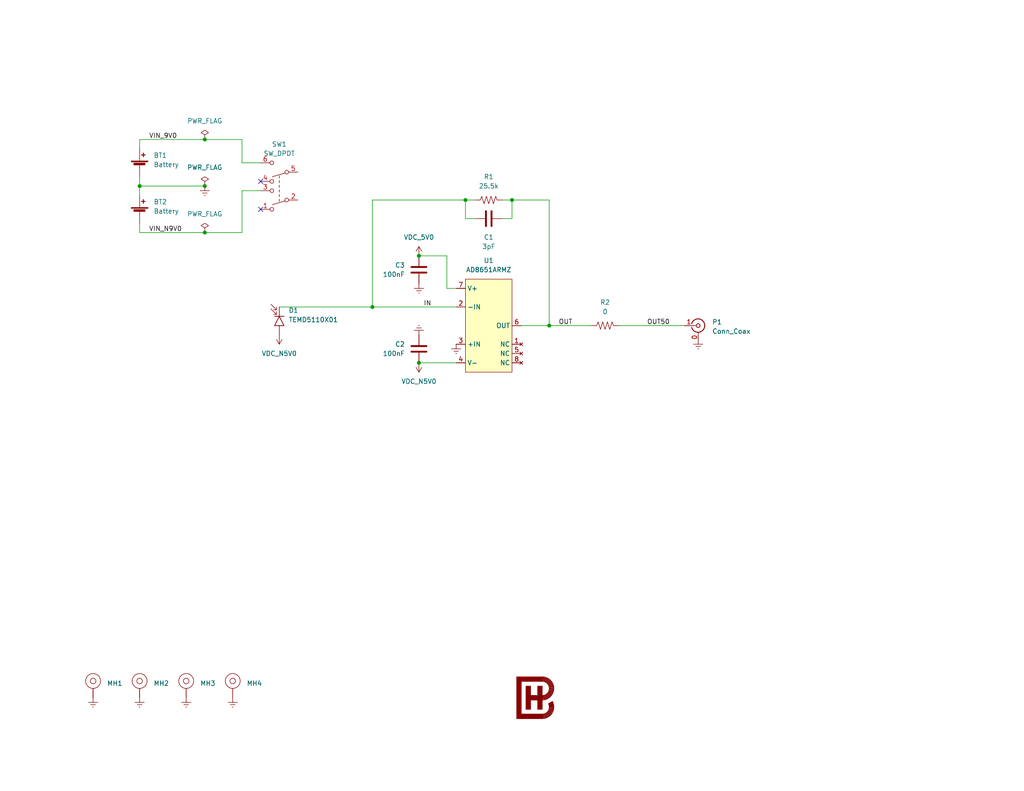
<source format=kicad_sch>
(kicad_sch (version 20231120) (generator "eeschema") (generator_version "8.0")
  (paper "A")
  (title_block (title "${PROJECT_NAME}") (rev "${PCB_REVISION}") (company "BRENDANHAINES.COM"))
  (lib_symbols
    (symbol "bh:AD8651ARMZ" (exclude_from_sim yes)
      (property "Reference" "U" (at 0 0 0))
      (property "Value" "AD8651ARMZ" (at 0 0 0))
      (symbol "AD8651ARMZ_1_1"
        (rectangle (start 0 0) (end 12.7 -25.4) (fill (type background)))
        (pin no_connect line (at 15.24 -17.78 180) (length 2.54) (name "NC") (number "1"))
        (pin input line (at -2.54 -7.62 0) (length 2.54) (name "-IN") (number "2"))
        (pin input line (at -2.54 -17.78 0) (length 2.54) (name "+IN") (number "3"))
        (pin power_in line (at -2.54 -22.86 0) (length 2.54) (name "V-") (number "4"))
        (pin no_connect line (at 15.24 -20.32 180) (length 2.54) (name "NC") (number "5"))
        (pin output line (at 15.24 -12.7 180) (length 2.54) (name "OUT") (number "6"))
        (pin power_in line (at -2.54 -2.54 0) (length 2.54) (name "V+") (number "7"))
        (pin no_connect line (at 15.24 -22.86 180) (length 2.54) (name "NC") (number "8"))
      )
    )
    (symbol "bh:Battery" (pin_numbers hide) (pin_names (offset 0) hide)
      (property "Reference" "BT" (at 2.54 1.27 0))
      (property "Value" "Battery" (at 2.54 -1.27 0))
      (symbol "Battery_0_1"
        (rectangle (start -2.286 0.508) (end 2.286 0.254) (fill (type outline)))
        (rectangle (start -1.5748 -0.0762) (end 1.4732 -0.5842) (fill (type outline)))
        (polyline (pts (xy 0 -0.508) (xy 0 -1.27)))
        (polyline (pts (xy 0 0.508) (xy 0 1.27)))
        (polyline (pts (xy 0.508 2.159) (xy 1.524 2.159)) (stroke (width 0.254)))
        (polyline (pts (xy 1.016 2.667) (xy 1.016 1.651)) (stroke (width 0.254)))
      )
      (symbol "Battery_1_1"
        (pin passive line (at 0 3.81 270) (length 2.54) (name "+") (number "1"))
        (pin passive line (at 0 -3.81 90) (length 2.54) (name "-") (number "2"))
      )
    )
    (symbol "bh:C" (pin_numbers hide) (pin_names (offset 0.254))
      (property "Reference" "C" (at 0.635 2.54 0))
      (property "Value" "C" (at 0.635 -2.54 0))
      (symbol "C_0_1"
        (polyline (pts (xy -2.032 -0.762) (xy 2.032 -0.762)) (stroke (width 0.508)))
        (polyline (pts (xy -2.032 0.762) (xy 2.032 0.762)) (stroke (width 0.508)))
      )
      (symbol "C_1_1"
        (pin passive line (at 0 3.81 270) (length 2.794) (name "~") (number "1"))
        (pin passive line (at 0 -3.81 90) (length 2.794) (name "~") (number "2"))
      )
    )
    (symbol "bh:Conn_Coax" (pin_names hide) (exclude_from_sim yes)
      (property "Reference" "P" (at 0 3.81 0))
      (property "Value" "Conn_Coax" (at 0 3.81 0))
      (symbol "Conn_Coax_0_1"
        (arc (start -1.778 -0.508) (mid 0.2311 -1.8066) (end 1.778 0) (stroke (width 0.254)))
        (polyline (pts (xy -1.27 0) (xy -0.508 0)))
        (polyline (pts (xy 0 -2.54) (xy 0 -1.778)))
        (circle (center 0 0) (radius 0.508) (stroke (width 0.2032)))
        (arc (start 1.778 0) (mid 0.2233 1.8169) (end -1.778 0.508) (stroke (width 0.254)))
      )
      (symbol "Conn_Coax_1_1"
        (pin passive line (at 0 -3.81 90) (length 1.27) (name "Ext") (number "0"))
        (pin passive line (at -3.81 0 0) (length 2.54) (name "In") (number "1"))
      )
    )
    (symbol "bh:GND" (power) (pin_names (offset 0))
      (symbol "GND_0_1"
        (polyline (pts (xy -0.635 -1.905) (xy 0.635 -1.905)))
        (polyline (pts (xy -0.127 -2.54) (xy 0.127 -2.54)))
        (polyline (pts (xy 0 -1.27) (xy 0 0)))
        (polyline (pts (xy 1.27 -1.27) (xy -1.27 -1.27)))
      )
      (symbol "GND_1_1"
        (pin power_in line (at 0 0 90) (length 0) hide (name "GND") (number "1"))
      )
    )
    (symbol "bh:LOGO_BH" (in_bom no)
      (symbol "LOGO_BH_0_1"
        (rectangle (start -5.08 -4.445) (end 1.905 -5.715) (fill (type outline)))
        (rectangle (start -5.08 4.445) (end -3.81 -4.445) (fill (type outline)))
        (rectangle (start -5.08 5.715) (end 1.905 4.445) (fill (type outline)))
        (rectangle (start -2.54 3.175) (end -1.27 -3.175) (fill (type outline)))
        (rectangle (start -1.27 0.635) (end 0.635 -0.635) (fill (type outline)))
        (polyline (pts (xy 1.905 0.635) (xy 1.905 -0.635)))
        (polyline (pts (xy 3.7084 -1.8542) (xy 3.7084 -1.6002)))
        (polyline (pts (xy 4.6482 -0.9906) (xy 4.572 -1.1684)))
        (polyline (pts (xy 4.7244 -1.1176) (xy 4.4704 -1.1684)))
        (polyline (pts (xy 4.8006 -1.2446) (xy 4.2418 -1.2954)))
        (polyline (pts (xy 4.8514 -1.3716) (xy 4.064 -1.4224)))
        (polyline (pts (xy 4.953 -2.54) (xy 4.9022 -1.778)))
        (polyline (pts (xy 3.81 -2.54) (xy 3.81 -2.3622) (xy 3.7846 -2.2098) (xy 3.7338 -2.032) (xy 3.683 -1.8796) (xy 3.6322 -1.7272) (xy 3.5814 -1.6002) (xy 3.7338 -1.524) (xy 3.8862 -1.4478) (xy 4.1148 -1.3208) (xy 4.2926 -1.2192) (xy 4.4704 -1.0922) (xy 4.6482 -0.9652) (xy 4.7498 -1.143) (xy 4.8514 -1.3462) (xy 4.9276 -1.5748) (xy 4.9784 -1.778) (xy 5.0292 -1.9812) (xy 5.0546 -2.1844) (xy 5.08 -2.54)))
        (rectangle (start 0.635 3.175) (end 1.905 -3.175) (fill (type outline)))
        (arc (start 1.905 -5.715) (mid 4.1501 -4.7851) (end 5.08 -2.54))
        (arc (start 1.905 -5.588) (mid 4.0603 -4.6953) (end 4.953 -2.54))
        (arc (start 1.905 -5.461) (mid 3.9705 -4.6055) (end 4.826 -2.54))
        (arc (start 1.905 -5.334) (mid 3.8807 -4.5157) (end 4.699 -2.54))
        (arc (start 1.905 -5.207) (mid 3.7909 -4.4259) (end 4.572 -2.54))
        (arc (start 1.905 -5.08) (mid 3.7011 -4.3361) (end 4.445 -2.54))
        (arc (start 1.905 -4.953) (mid 3.6112 -4.2462) (end 4.318 -2.54))
        (arc (start 1.905 -4.826) (mid 3.5214 -4.1564) (end 4.191 -2.54))
        (arc (start 1.905 -4.699) (mid 3.4316 -4.0666) (end 4.064 -2.54))
        (arc (start 1.905 -4.572) (mid 3.3418 -3.9768) (end 3.937 -2.54))
        (arc (start 1.905 -4.445) (mid 3.252 -3.887) (end 3.81 -2.54))
        (arc (start 1.905 -0.635) (mid 4.1501 0.2949) (end 5.08 2.54))
        (arc (start 1.905 -0.508) (mid 4.0603 0.3847) (end 4.953 2.54))
        (arc (start 1.905 -0.381) (mid 3.9705 0.4745) (end 4.826 2.54))
        (arc (start 1.905 -0.254) (mid 3.8807 0.5643) (end 4.699 2.54))
        (arc (start 1.905 -0.127) (mid 3.7909 0.6541) (end 4.572 2.54))
        (arc (start 1.905 0) (mid 3.7011 0.7439) (end 4.445 2.54))
        (arc (start 1.905 0.127) (mid 3.6112 0.8338) (end 4.318 2.54))
        (arc (start 1.905 0.254) (mid 3.5214 0.9236) (end 4.191 2.54))
        (arc (start 1.905 0.381) (mid 3.4316 1.0134) (end 4.064 2.54))
        (arc (start 1.905 0.508) (mid 3.3418 1.1032) (end 3.937 2.54))
        (arc (start 1.905 0.635) (mid 3.252 1.193) (end 3.81 2.54))
        (rectangle (start 3.81 -1.524) (end 4.826 -2.54) (fill (type outline)))
        (arc (start 3.81 2.54) (mid 3.252 3.887) (end 1.905 4.445))
        (arc (start 3.937 2.54) (mid 3.3418 3.9768) (end 1.905 4.572))
        (arc (start 4.064 2.54) (mid 3.4316 4.0666) (end 1.905 4.699))
        (arc (start 4.191 2.54) (mid 3.5214 4.1564) (end 1.905 4.826))
        (arc (start 4.318 2.54) (mid 3.6112 4.2462) (end 1.905 4.953))
        (arc (start 4.445 2.54) (mid 3.7011 4.3361) (end 1.905 5.08))
        (arc (start 4.572 2.54) (mid 3.7909 4.4259) (end 1.905 5.207))
        (arc (start 4.699 2.54) (mid 3.8807 4.5157) (end 1.905 5.334))
        (arc (start 4.826 2.54) (mid 3.9705 4.6055) (end 1.905 5.461))
        (arc (start 4.953 2.54) (mid 4.0603 4.6953) (end 1.905 5.588))
        (arc (start 5.08 2.54) (mid 4.1501 4.7851) (end 1.905 5.715))
      )
    )
    (symbol "bh:Mounting_Hole" (pin_numbers hide) (pin_names (offset 0.762) hide)
      (property "Reference" "MH" (at 0 7.62 0))
      (symbol "Mounting_Hole_0_1"
        (circle (center 0 4.572) (radius 0.762))
        (circle (center 0 4.572) (radius 2.032))
      )
      (symbol "Mounting_Hole_1_1"
        (pin passive line (at 0 0 90) (length 2.54) (name "1") (number "1"))
      )
    )
    (symbol "bh:PWR_FLAG" (power) (pin_numbers hide) (pin_names (offset 0) hide)
      (property "Value" "PWR_FLAG" (at 0 3.81 0))
      (symbol "PWR_FLAG_0_0"
        (pin power_out line (at 0 0 90) (length 0) (name "pwr") (number "1"))
      )
      (symbol "PWR_FLAG_0_1"
        (polyline (pts (xy 0 0) (xy 0 1.27) (xy -1.016 1.905) (xy 0 2.54) (xy 1.016 1.905) (xy 0 1.27)))
      )
    )
    (symbol "bh:R" (pin_numbers hide) (pin_names (offset 0))
      (property "Reference" "R" (at 2.032 0 90))
      (property "Value" "R" (at -1.905 0 90))
      (symbol "R_0_1"
        (polyline (pts (xy 0 -2.54) (xy 0 -2.286) (xy 1.016 -1.905) (xy -1.016 -1.27) (xy 1.016 -0.635) (xy -1.016 0) (xy 1.016 0.635) (xy -1.016 1.27) (xy 1.016 1.905) (xy 0 2.286) (xy 0 2.54)))
      )
      (symbol "R_1_1"
        (pin passive line (at 0 3.81 270) (length 1.27) (name "~") (number "1"))
        (pin passive line (at 0 -3.81 90) (length 1.27) (name "~") (number "2"))
      )
    )
    (symbol "bh:SW_DPDT" (pin_names (offset 0) hide)
      (property "Reference" "SW" (at 0 4.318 0))
      (property "Value" "SW_DPDT" (at 0 -12.7 0))
      (symbol "SW_DPDT_0_0"
        (circle (center -2.032 0) (radius 0.508))
        (circle (center 2.032 -2.54) (radius 0.508))
      )
      (symbol "SW_DPDT_0_1"
        (polyline (pts (xy -1.524 0.254) (xy 1.905 1.27)))
        (polyline (pts (xy 0 -5.969) (xy 0 -6.604)))
        (polyline (pts (xy 0 -4.699) (xy 0 -5.334)))
        (polyline (pts (xy 0 -3.429) (xy 0 -4.064)))
        (polyline (pts (xy 0 -2.159) (xy 0 -2.794)))
        (polyline (pts (xy 0 -0.889) (xy 0 -1.524)))
        (polyline (pts (xy 0 0.381) (xy 0 -0.254)))
        (circle (center 2.032 2.54) (radius 0.508))
      )
      (symbol "SW_DPDT_1_1"
        (circle (center -2.032 -7.62) (radius 0.508))
        (polyline (pts (xy -1.524 -7.366) (xy 1.905 -6.35)))
        (circle (center 2.032 -10.16) (radius 0.508))
        (circle (center 2.032 -5.08) (radius 0.508))
        (pin passive line (at 5.08 2.54 180) (length 2.54) (name "A") (number "1"))
        (pin passive line (at -5.08 0 0) (length 2.54) (name "B") (number "2"))
        (pin passive line (at 5.08 -2.54 180) (length 2.54) (name "C") (number "3"))
        (pin passive line (at 5.08 -5.08 180) (length 2.54) (name "A") (number "4"))
        (pin passive line (at -5.08 -7.62 0) (length 2.54) (name "B") (number "5"))
        (pin passive line (at 5.08 -10.16 180) (length 2.54) (name "C") (number "6"))
      )
    )
    (symbol "bh:TEMD5110X01" (pin_numbers hide) (pin_names (offset 1.016) hide)
      (property "Reference" "D" (at 0 2.54 0))
      (property "Value" "TEMD5110X01" (at 0 -2.54 0))
      (symbol "TEMD5110X01_0_1"
        (polyline (pts (xy -1.27 -1.27) (xy -1.27 1.27)) (stroke (width 0.2032)))
        (polyline (pts (xy 1.27 -1.27) (xy 1.27 1.27) (xy -1.27 0) (xy 1.27 -1.27)) (stroke (width 0.2032)))
        (polyline (pts (xy -4.572 -2.286) (xy -3.048 -0.762) (xy -3.81 -0.762) (xy -3.048 -0.762) (xy -3.048 -1.524)))
        (polyline (pts (xy -3.302 -2.286) (xy -1.778 -0.762) (xy -2.54 -0.762) (xy -1.778 -0.762) (xy -1.778 -1.524)))
      )
      (symbol "TEMD5110X01_1_1"
        (pin passive line (at 3.81 0 180) (length 2.54) (name "A") (number "A"))
        (pin passive line (at -3.81 0 0) (length 2.54) (name "K") (number "K"))
      )
    )
    (symbol "bh:VDC_5V0" (power) (pin_names (offset 0))
      (property "Value" "VDC_5V0" (at 0 3.556 0))
      (symbol "VDC_5V0_0_1"
        (polyline (pts (xy -0.762 1.27) (xy 0 2.54)))
        (polyline (pts (xy 0 0) (xy 0 2.54)))
        (polyline (pts (xy 0 2.54) (xy 0.762 1.27)))
      )
      (symbol "VDC_5V0_1_1"
        (pin power_in line (at 0 0 90) (length 0) hide (name "VDC_5V0") (number "1"))
      )
    )
    (symbol "bh:VDC_N5V0" (power) (pin_names (offset 0))
      (property "Value" "VDC_N5V0" (at 0 3.556 0))
      (symbol "VDC_N5V0_0_1"
        (polyline (pts (xy -0.762 1.27) (xy 0 2.54)))
        (polyline (pts (xy 0 0) (xy 0 2.54)))
        (polyline (pts (xy 0 2.54) (xy 0.762 1.27)))
      )
      (symbol "VDC_N5V0_1_1"
        (pin power_in line (at 0 0 90) (length 0) hide (name "VDC_N5V0") (number "1"))
      )
    )
  )
  (junction (at 114.3 69.85))
  (junction (at 55.88 50.8))
  (junction (at 114.3 99.06))
  (junction (at 127 54.61))
  (junction (at 101.6 83.82))
  (junction (at 55.88 63.5))
  (junction (at 139.7 54.61))
  (junction (at 149.86 88.9))
  (junction (at 55.88 38.1))
  (junction (at 38.1 50.8))
  (no_connect (at 71.12 49.53))
  (no_connect (at 71.12 57.15))
  (wire (pts (xy 38.1 40.64) (xy 38.1 38.1)))
  (wire (pts (xy 127 54.61) (xy 101.6 54.61)))
  (wire (pts (xy 71.12 52.07) (xy 66.04 52.07)))
  (wire (pts (xy 66.04 52.07) (xy 66.04 63.5)))
  (wire (pts (xy 66.04 44.45) (xy 66.04 38.1)))
  (wire (pts (xy 55.88 63.5) (xy 66.04 63.5)))
  (wire (pts (xy 71.12 44.45) (xy 66.04 44.45)))
  (wire (pts (xy 127 59.69) (xy 127 54.61)))
  (wire (pts (xy 55.88 38.1) (xy 66.04 38.1)))
  (wire (pts (xy 149.86 54.61) (xy 149.86 88.9)))
  (wire (pts (xy 168.91 88.9) (xy 186.69 88.9)))
  (wire (pts (xy 121.92 69.85) (xy 121.92 78.74)))
  (wire (pts (xy 38.1 63.5) (xy 38.1 60.96)))
  (wire (pts (xy 114.3 99.06) (xy 124.46 99.06)))
  (wire (pts (xy 142.24 88.9) (xy 149.86 88.9)))
  (wire (pts (xy 139.7 54.61) (xy 149.86 54.61)))
  (wire (pts (xy 101.6 83.82) (xy 124.46 83.82)))
  (wire (pts (xy 38.1 63.5) (xy 55.88 63.5)))
  (wire (pts (xy 137.16 59.69) (xy 139.7 59.69)))
  (wire (pts (xy 129.54 54.61) (xy 127 54.61)))
  (wire (pts (xy 38.1 50.8) (xy 55.88 50.8)))
  (wire (pts (xy 121.92 78.74) (xy 124.46 78.74)))
  (wire (pts (xy 38.1 38.1) (xy 55.88 38.1)))
  (wire (pts (xy 114.3 69.85) (xy 121.92 69.85)))
  (wire (pts (xy 76.2 83.82) (xy 101.6 83.82)))
  (wire (pts (xy 129.54 59.69) (xy 127 59.69)))
  (wire (pts (xy 149.86 88.9) (xy 161.29 88.9)))
  (wire (pts (xy 38.1 53.34) (xy 38.1 50.8)))
  (wire (pts (xy 137.16 54.61) (xy 139.7 54.61)))
  (wire (pts (xy 38.1 48.26) (xy 38.1 50.8)))
  (wire (pts (xy 139.7 59.69) (xy 139.7 54.61)))
  (wire (pts (xy 101.6 54.61) (xy 101.6 83.82)))
  (label "VIN_N9V0" (at 40.64 63.5 0))
  (label "OUT50" (at 176.53 88.9 0))
  (label "OUT" (at 152.4 88.9 0))
  (label "IN" (at 115.57 83.82 0))
  (label "VIN_9V0" (at 40.64 38.1 0))
  (symbol (lib_id "bh:C") (at 114.3 95.25 0) (unit 1)
    (property "Reference" "C2" (at 110.49 93.9799 0) (effects (justify right)))
    (property "Value" "100nF" (at 110.49 96.5199 0) (effects (justify right)))
    (property "Footprint" "common:C0402" (effects (hide yes)))
    (property "Description" "Capacitor" (effects (hide yes)))
    (property "FieldName" "Value" (effects (hide yes)))
    (property "Sim.Device" "C" (effects (hide yes)))
    (property "Sim.Pins" "1=+ 2=-" (effects (hide yes)))
  )
  (symbol (lib_id "bh:Conn_Coax") (at 190.5 88.9 0) (unit 1) (exclude_from_sim yes)
    (property "Reference" "P1" (at 194.31 87.9188 0) (effects (justify left)))
    (property "Value" "Conn_Coax" (at 194.31 90.4588 0) (effects (justify left)))
    (property "Footprint" "common:2466267-1" (effects (hide yes)))
    (property "Description" "Connector, Coax" (effects (hide yes)))
  )
  (symbol (lib_id "bh:GND") (at 114.3 77.47 0) (unit 1)
    (property "Reference" "#PWR012" (effects (hide yes)))
    (property "Value" "GND" (effects (hide yes)))
    (property "Description" "Power Symbol" (effects (hide yes)))
  )
  (symbol (lib_id "bh:PWR_FLAG") (at 55.88 38.1 0) (unit 1)
    (property "Reference" "#FLG02" (effects (hide yes)))
    (property "Value" "PWR_FLAG" (at 55.88 33.02 0))
    (property "Description" "Special symbol for telling ERC where power comes from" (effects (hide yes)))
  )
  (symbol (lib_id "bh:C") (at 114.3 73.66 0) (unit 1)
    (property "Reference" "C3" (at 110.49 72.3899 0) (effects (justify right)))
    (property "Value" "100nF" (at 110.49 74.9299 0) (effects (justify right)))
    (property "Footprint" "common:C0402" (effects (hide yes)))
    (property "Description" "Capacitor" (effects (hide yes)))
    (property "FieldName" "Value" (effects (hide yes)))
    (property "Sim.Device" "C" (effects (hide yes)))
    (property "Sim.Pins" "1=+ 2=-" (effects (hide yes)))
  )
  (symbol (lib_id "bh:LOGO_BH") (at 146.05 190.5 0) (unit 1) (exclude_from_sim yes) (in_bom no)
    (property "Reference" "LOGO1" (effects (hide yes)))
    (property "Value" "~" (at 146.685 189.865 0))
    (property "Footprint" "common:LOGO_BH" (effects (hide yes)))
  )
  (symbol (lib_id "bh:GND") (at 55.88 50.8 0) (unit 1)
    (property "Reference" "#PWR09" (effects (hide yes)))
    (property "Value" "GND" (effects (hide yes)))
    (property "Description" "Power Symbol" (effects (hide yes)))
  )
  (symbol (lib_id "bh:GND") (at 114.3 91.44 180) (unit 1)
    (property "Reference" "#PWR010" (effects (hide yes)))
    (property "Value" "GND" (effects (hide yes)))
    (property "Description" "Power Symbol" (effects (hide yes)))
  )
  (symbol (lib_id "bh:Mounting_Hole") (at 63.5 190.5 0) (unit 1) (exclude_from_sim yes) (in_bom no)
    (property "Reference" "MH4" (at 67.31 186.563 0) (effects (justify left)))
    (property "Value" "Mounting_Hole" (effects (hide yes)))
    (property "Footprint" "common:MH120X230_#4" (effects (hide yes)))
  )
  (symbol (lib_id "bh:R") (at 133.35 54.61 90) (unit 1)
    (property "Reference" "R1" (at 133.35 48.26 90))
    (property "Value" "25.5k" (at 133.35 50.8 90))
    (property "Footprint" "common:R0402" (effects (hide yes)))
    (property "Description" "Resistor" (effects (hide yes)))
    (property "FieldName" "Value" (effects (hide yes)))
    (property "Sim.Device" "R" (effects (hide yes)))
    (property "Sim.Pins" "1=+ 2=-" (effects (hide yes)))
  )
  (symbol (lib_id "bh:GND") (at 38.1 190.5 0) (unit 1)
    (property "Reference" "#PWR02" (effects (hide yes)))
    (property "Value" "GND" (effects (hide yes)))
  )
  (symbol (lib_id "bh:VDC_N5V0") (at 114.3 99.06 180) (unit 1)
    (property "Reference" "#PWR05" (effects (hide yes)))
    (property "Value" "VDC_N5V0" (at 114.3 104.14 0))
    (property "Description" "Power Symbol" (effects (hide yes)))
  )
  (symbol (lib_id "bh:C") (at 133.35 59.69 90) (unit 1)
    (property "Reference" "C1" (at 133.35 64.77 90))
    (property "Value" "3pF" (at 133.35 67.31 90))
    (property "Footprint" "common:C0402" (effects (hide yes)))
    (property "Description" "Capacitor" (effects (hide yes)))
    (property "FieldName" "Value" (effects (hide yes)))
    (property "Sim.Device" "C" (effects (hide yes)))
    (property "Sim.Pins" "1=+ 2=-" (effects (hide yes)))
  )
  (symbol (lib_id "bh:PWR_FLAG") (at 55.88 50.8 0) (unit 1)
    (property "Reference" "#FLG01" (effects (hide yes)))
    (property "Value" "PWR_FLAG" (at 55.88 45.72 0))
    (property "Description" "Special symbol for telling ERC where power comes from" (effects (hide yes)))
  )
  (symbol (lib_id "bh:GND") (at 190.5 92.71 0) (unit 1)
    (property "Reference" "#PWR011" (effects (hide yes)))
    (property "Value" "GND" (effects (hide yes)))
    (property "Description" "Power Symbol" (effects (hide yes)))
  )
  (symbol (lib_id "bh:GND") (at 25.4 190.5 0) (unit 1)
    (property "Reference" "#PWR01" (effects (hide yes)))
    (property "Value" "GND" (effects (hide yes)))
  )
  (symbol (lib_id "bh:Mounting_Hole") (at 50.8 190.5 0) (unit 1) (exclude_from_sim yes) (in_bom no)
    (property "Reference" "MH3" (at 54.61 186.563 0) (effects (justify left)))
    (property "Value" "Mounting_Hole" (effects (hide yes)))
    (property "Footprint" "common:MH120X230_#4" (effects (hide yes)))
  )
  (symbol (lib_id "bh:TEMD5110X01") (at 76.2 87.63 270) (unit 1)
    (property "Reference" "D1" (at 78.74 84.7597 90) (effects (justify left)))
    (property "Value" "TEMD5110X01" (at 78.74 87.2997 90) (effects (justify left)))
    (property "Footprint" "common:TEMD5110X01" (effects (hide yes)))
    (property "Datasheet" "https://www.vishay.com/docs/84658/temd5110.pdf" (effects (hide yes)))
    (property "Description" "Diode, Photodiode, Infrared 870-950nm" (effects (hide yes)))
    (property "MPN" "TEMD5110X01" (effects (hide yes)))
    (property "Manufacturer" "Vishay Semiconductor Opto Division" (effects (hide yes)))
  )
  (symbol (lib_id "bh:Mounting_Hole") (at 25.4 190.5 0) (unit 1) (exclude_from_sim yes) (in_bom no)
    (property "Reference" "MH1" (at 29.21 186.563 0) (effects (justify left)))
    (property "Value" "Mounting_Hole" (effects (hide yes)))
    (property "Footprint" "common:MH120X230_#4" (effects (hide yes)))
  )
  (symbol (lib_id "bh:R") (at 165.1 88.9 90) (unit 1)
    (property "Reference" "R2" (at 165.1 82.55 90))
    (property "Value" "0" (at 165.1 85.09 90))
    (property "Footprint" "common:R1210" (effects (hide yes)))
    (property "Description" "Resistor" (effects (hide yes)))
    (property "FieldName" "Value" (effects (hide yes)))
    (property "Sim.Device" "R" (effects (hide yes)))
    (property "Sim.Pins" "1=+ 2=-" (effects (hide yes)))
  )
  (symbol (lib_id "bh:Battery") (at 38.1 57.15 0) (unit 1)
    (property "Reference" "BT2" (at 41.91 55.1179 0) (effects (justify left)))
    (property "Value" "Battery" (at 41.91 57.6579 0) (effects (justify left)))
    (property "Footprint" "common:Keystone_967" (effects (hide yes)))
    (property "Description" "Battery" (effects (hide yes)))
  )
  (symbol (lib_id "bh:GND") (at 124.46 93.98 0) (unit 1)
    (property "Reference" "#PWR07" (effects (hide yes)))
    (property "Value" "GND" (effects (hide yes)))
    (property "Description" "Power Symbol" (effects (hide yes)))
  )
  (symbol (lib_id "bh:AD8651ARMZ") (at 127 76.2 0) (unit 1) (exclude_from_sim yes)
    (property "Reference" "U1" (at 133.35 71.12 0))
    (property "Value" "AD8651ARMZ" (at 133.35 73.66 0))
    (property "Footprint" "common:MSOP8" (effects (hide yes)))
    (property "Datasheet" "https://www.analog.com/media/en/technical-documentation/data-sheets/AD8651_8652.pdf" (effects (hide yes)))
    (property "Description" "50 MHz, Precision, Low Distortion, Low Noise CMOS Amplifiers" (effects (hide yes)))
    (property "Manufacturer" "Analog Devices" (effects (hide yes)))
    (property "MPN" "AD8651ARMZ" (effects (hide yes)))
  )
  (symbol (lib_id "bh:VDC_5V0") (at 114.3 69.85 0) (unit 1)
    (property "Reference" "#PWR06" (effects (hide yes)))
    (property "Value" "VDC_5V0" (at 114.3 64.77 0))
    (property "Description" "Power Symbol" (effects (hide yes)))
  )
  (symbol (lib_id "bh:PWR_FLAG") (at 55.88 63.5 0) (unit 1)
    (property "Reference" "#FLG03" (effects (hide yes)))
    (property "Value" "PWR_FLAG" (at 55.88 58.42 0))
    (property "Description" "Special symbol for telling ERC where power comes from" (effects (hide yes)))
  )
  (symbol (lib_id "bh:GND") (at 63.5 190.5 0) (unit 1)
    (property "Reference" "#PWR04" (effects (hide yes)))
    (property "Value" "GND" (effects (hide yes)))
  )
  (symbol (lib_id "bh:Battery") (at 38.1 44.45 0) (unit 1)
    (property "Reference" "BT1" (at 41.91 42.4179 0) (effects (justify left)))
    (property "Value" "Battery" (at 41.91 44.9579 0) (effects (justify left)))
    (property "Footprint" "common:Keystone_967" (effects (hide yes)))
    (property "Description" "Battery" (effects (hide yes)))
  )
  (symbol (lib_id "bh:GND") (at 50.8 190.5 0) (unit 1)
    (property "Reference" "#PWR03" (effects (hide yes)))
    (property "Value" "GND" (effects (hide yes)))
  )
  (symbol (lib_id "bh:Mounting_Hole") (at 38.1 190.5 0) (unit 1) (exclude_from_sim yes) (in_bom no)
    (property "Reference" "MH2" (at 41.91 186.563 0) (effects (justify left)))
    (property "Value" "Mounting_Hole" (effects (hide yes)))
    (property "Footprint" "common:MH120X230_#4" (effects (hide yes)))
  )
  (symbol (lib_id "bh:SW_DPDT") (at 76.2 54.61 180) (unit 1)
    (property "Reference" "SW1" (at 76.2 39.37 0))
    (property "Value" "SW_DPDT" (at 76.2 41.91 0))
    (property "Footprint" "common:CK_1201M2S3CQE2" (effects (hide yes)))
    (property "Description" "Switch, DPDT" (effects (hide yes)))
  )
  (symbol (lib_id "bh:VDC_N5V0") (at 76.2 91.44 180) (unit 1)
    (property "Reference" "#PWR08" (effects (hide yes)))
    (property "Value" "VDC_N5V0" (at 76.2 96.52 0))
    (property "Description" "Power Symbol" (effects (hide yes)))
  )
)
</source>
